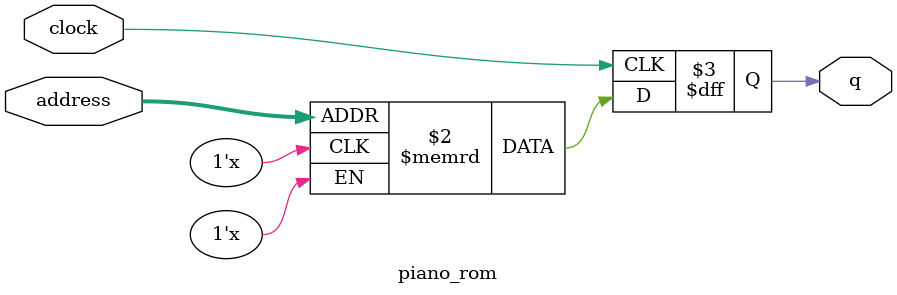
<source format=sv>
module piano_rom (
	input logic clock,
	input logic [15:0] address,
	output logic [0:0] q
);

logic [0:0] memory [0:57599] /* synthesis ram_init_file = "./Modules/ROMs/piano/piano.mif" */;

always_ff @ (posedge clock) begin
	q <= memory[address];
end

endmodule

</source>
